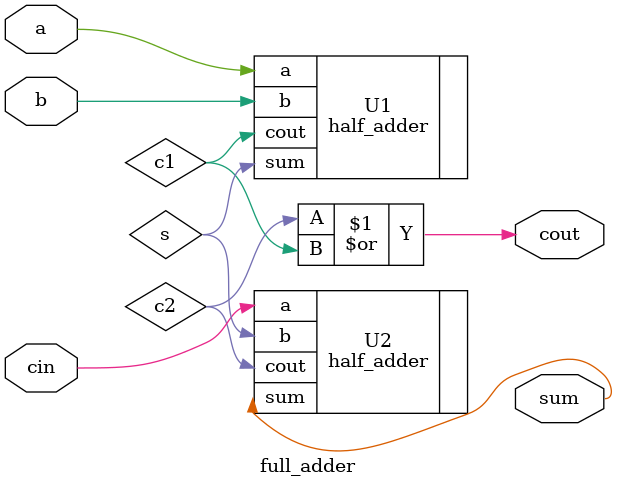
<source format=v>
`timescale 1ns / 1ps
module full_adder(
    input cin,
    input a,
    input b,
    output sum,
    output cout
    );
	 wire c1, s, c2;
	 half_adder U1(.a(a), .b(b), .cout(c1), .sum(s));
	 half_adder U2(.a(cin), .b(s), .cout(c2), .sum(sum));
	 or U3(cout, c2, c1);


endmodule

</source>
